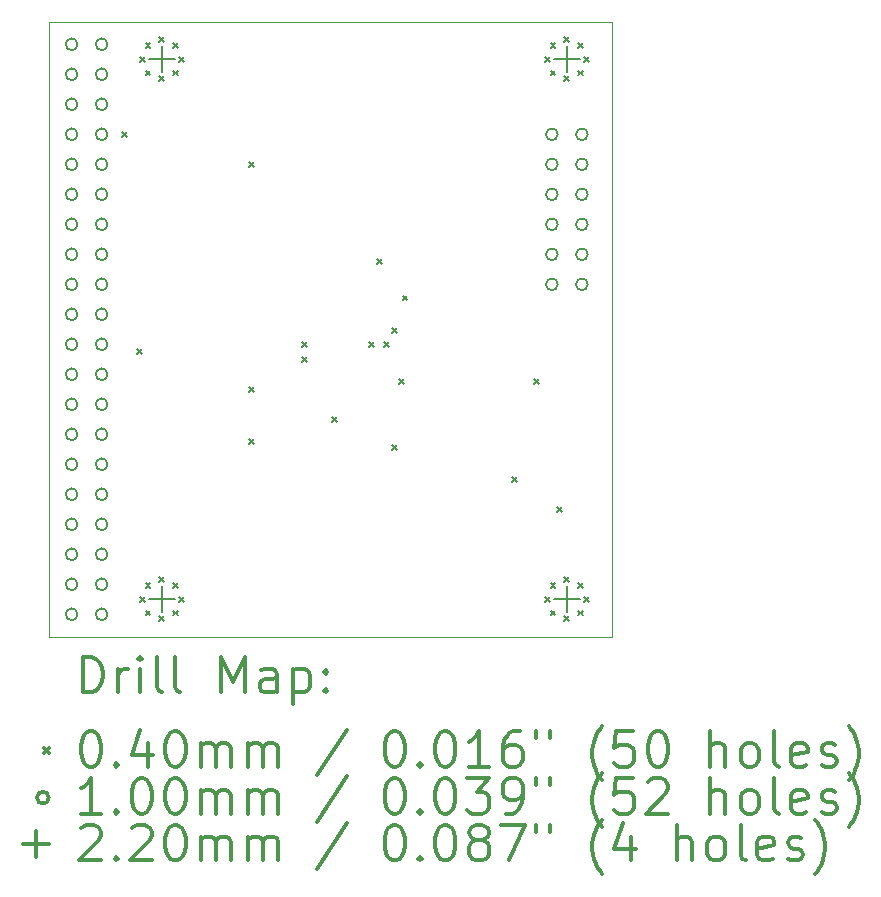
<source format=gbr>
%FSLAX45Y45*%
G04 Gerber Fmt 4.5, Leading zero omitted, Abs format (unit mm)*
G04 Created by KiCad (PCBNEW (5.0.1)-3) date 20.12.2018 13:20:38*
%MOMM*%
%LPD*%
G01*
G04 APERTURE LIST*
%ADD10C,0.100000*%
%ADD11C,0.200000*%
%ADD12C,0.300000*%
G04 APERTURE END LIST*
D10*
X7874000Y-10287000D02*
X7874000Y-5080000D01*
X3111500Y-10287000D02*
X7874000Y-10287000D01*
X3111500Y-5080000D02*
X3111500Y-10287000D01*
X7874000Y-5080000D02*
X3111500Y-5080000D01*
D11*
X3726500Y-6012500D02*
X3766500Y-6052500D01*
X3766500Y-6012500D02*
X3726500Y-6052500D01*
X3853500Y-7854000D02*
X3893500Y-7894000D01*
X3893500Y-7854000D02*
X3853500Y-7894000D01*
X4806000Y-6266500D02*
X4846000Y-6306500D01*
X4846000Y-6266500D02*
X4806000Y-6306500D01*
X4806000Y-8171500D02*
X4846000Y-8211500D01*
X4846000Y-8171500D02*
X4806000Y-8211500D01*
X4806000Y-8616000D02*
X4846000Y-8656000D01*
X4846000Y-8616000D02*
X4806000Y-8656000D01*
X5250500Y-7790500D02*
X5290500Y-7830500D01*
X5290500Y-7790500D02*
X5250500Y-7830500D01*
X5250500Y-7917500D02*
X5290500Y-7957500D01*
X5290500Y-7917500D02*
X5250500Y-7957500D01*
X5504500Y-8425500D02*
X5544500Y-8465500D01*
X5544500Y-8425500D02*
X5504500Y-8465500D01*
X5822000Y-7790500D02*
X5862000Y-7830500D01*
X5862000Y-7790500D02*
X5822000Y-7830500D01*
X5885500Y-7092000D02*
X5925500Y-7132000D01*
X5925500Y-7092000D02*
X5885500Y-7132000D01*
X5949000Y-7790500D02*
X5989000Y-7830500D01*
X5989000Y-7790500D02*
X5949000Y-7830500D01*
X6012500Y-7674000D02*
X6052500Y-7714000D01*
X6052500Y-7674000D02*
X6012500Y-7714000D01*
X6012500Y-8663000D02*
X6052500Y-8703000D01*
X6052500Y-8663000D02*
X6012500Y-8703000D01*
X6076000Y-8108000D02*
X6116000Y-8148000D01*
X6116000Y-8108000D02*
X6076000Y-8148000D01*
X6103265Y-7397735D02*
X6143265Y-7437735D01*
X6143265Y-7397735D02*
X6103265Y-7437735D01*
X7028500Y-8933500D02*
X7068500Y-8973500D01*
X7068500Y-8933500D02*
X7028500Y-8973500D01*
X7219000Y-8108000D02*
X7259000Y-8148000D01*
X7259000Y-8108000D02*
X7219000Y-8148000D01*
X7409500Y-9187500D02*
X7449500Y-9227500D01*
X7449500Y-9187500D02*
X7409500Y-9227500D01*
X7308000Y-5377500D02*
X7348000Y-5417500D01*
X7348000Y-5377500D02*
X7308000Y-5417500D01*
X7356327Y-5260827D02*
X7396327Y-5300827D01*
X7396327Y-5260827D02*
X7356327Y-5300827D01*
X7356327Y-5494173D02*
X7396327Y-5534173D01*
X7396327Y-5494173D02*
X7356327Y-5534173D01*
X7473000Y-5212500D02*
X7513000Y-5252500D01*
X7513000Y-5212500D02*
X7473000Y-5252500D01*
X7473000Y-5542500D02*
X7513000Y-5582500D01*
X7513000Y-5542500D02*
X7473000Y-5582500D01*
X7589673Y-5260827D02*
X7629673Y-5300827D01*
X7629673Y-5260827D02*
X7589673Y-5300827D01*
X7589673Y-5494173D02*
X7629673Y-5534173D01*
X7629673Y-5494173D02*
X7589673Y-5534173D01*
X7638000Y-5377500D02*
X7678000Y-5417500D01*
X7678000Y-5377500D02*
X7638000Y-5417500D01*
X3879000Y-5377500D02*
X3919000Y-5417500D01*
X3919000Y-5377500D02*
X3879000Y-5417500D01*
X3927327Y-5260827D02*
X3967327Y-5300827D01*
X3967327Y-5260827D02*
X3927327Y-5300827D01*
X3927327Y-5494173D02*
X3967327Y-5534173D01*
X3967327Y-5494173D02*
X3927327Y-5534173D01*
X4044000Y-5212500D02*
X4084000Y-5252500D01*
X4084000Y-5212500D02*
X4044000Y-5252500D01*
X4044000Y-5542500D02*
X4084000Y-5582500D01*
X4084000Y-5542500D02*
X4044000Y-5582500D01*
X4160673Y-5260827D02*
X4200673Y-5300827D01*
X4200673Y-5260827D02*
X4160673Y-5300827D01*
X4160673Y-5494173D02*
X4200673Y-5534173D01*
X4200673Y-5494173D02*
X4160673Y-5534173D01*
X4209000Y-5377500D02*
X4249000Y-5417500D01*
X4249000Y-5377500D02*
X4209000Y-5417500D01*
X3879000Y-9949500D02*
X3919000Y-9989500D01*
X3919000Y-9949500D02*
X3879000Y-9989500D01*
X3927327Y-9832827D02*
X3967327Y-9872827D01*
X3967327Y-9832827D02*
X3927327Y-9872827D01*
X3927327Y-10066173D02*
X3967327Y-10106173D01*
X3967327Y-10066173D02*
X3927327Y-10106173D01*
X4044000Y-9784500D02*
X4084000Y-9824500D01*
X4084000Y-9784500D02*
X4044000Y-9824500D01*
X4044000Y-10114500D02*
X4084000Y-10154500D01*
X4084000Y-10114500D02*
X4044000Y-10154500D01*
X4160673Y-9832827D02*
X4200673Y-9872827D01*
X4200673Y-9832827D02*
X4160673Y-9872827D01*
X4160673Y-10066173D02*
X4200673Y-10106173D01*
X4200673Y-10066173D02*
X4160673Y-10106173D01*
X4209000Y-9949500D02*
X4249000Y-9989500D01*
X4249000Y-9949500D02*
X4209000Y-9989500D01*
X7308000Y-9949500D02*
X7348000Y-9989500D01*
X7348000Y-9949500D02*
X7308000Y-9989500D01*
X7356327Y-9832827D02*
X7396327Y-9872827D01*
X7396327Y-9832827D02*
X7356327Y-9872827D01*
X7356327Y-10066173D02*
X7396327Y-10106173D01*
X7396327Y-10066173D02*
X7356327Y-10106173D01*
X7473000Y-9784500D02*
X7513000Y-9824500D01*
X7513000Y-9784500D02*
X7473000Y-9824500D01*
X7473000Y-10114500D02*
X7513000Y-10154500D01*
X7513000Y-10114500D02*
X7473000Y-10154500D01*
X7589673Y-9832827D02*
X7629673Y-9872827D01*
X7629673Y-9832827D02*
X7589673Y-9872827D01*
X7589673Y-10066173D02*
X7629673Y-10106173D01*
X7629673Y-10066173D02*
X7589673Y-10106173D01*
X7638000Y-9949500D02*
X7678000Y-9989500D01*
X7678000Y-9949500D02*
X7638000Y-9989500D01*
X3350000Y-5270500D02*
G75*
G03X3350000Y-5270500I-50000J0D01*
G01*
X3350000Y-5524500D02*
G75*
G03X3350000Y-5524500I-50000J0D01*
G01*
X3350000Y-5778500D02*
G75*
G03X3350000Y-5778500I-50000J0D01*
G01*
X3350000Y-6032500D02*
G75*
G03X3350000Y-6032500I-50000J0D01*
G01*
X3350000Y-6286500D02*
G75*
G03X3350000Y-6286500I-50000J0D01*
G01*
X3350000Y-6540500D02*
G75*
G03X3350000Y-6540500I-50000J0D01*
G01*
X3350000Y-6794500D02*
G75*
G03X3350000Y-6794500I-50000J0D01*
G01*
X3350000Y-7048500D02*
G75*
G03X3350000Y-7048500I-50000J0D01*
G01*
X3350000Y-7302500D02*
G75*
G03X3350000Y-7302500I-50000J0D01*
G01*
X3350000Y-7556500D02*
G75*
G03X3350000Y-7556500I-50000J0D01*
G01*
X3350000Y-7810500D02*
G75*
G03X3350000Y-7810500I-50000J0D01*
G01*
X3350000Y-8064500D02*
G75*
G03X3350000Y-8064500I-50000J0D01*
G01*
X3350000Y-8318500D02*
G75*
G03X3350000Y-8318500I-50000J0D01*
G01*
X3350000Y-8572500D02*
G75*
G03X3350000Y-8572500I-50000J0D01*
G01*
X3350000Y-8826500D02*
G75*
G03X3350000Y-8826500I-50000J0D01*
G01*
X3350000Y-9080500D02*
G75*
G03X3350000Y-9080500I-50000J0D01*
G01*
X3350000Y-9334500D02*
G75*
G03X3350000Y-9334500I-50000J0D01*
G01*
X3350000Y-9588500D02*
G75*
G03X3350000Y-9588500I-50000J0D01*
G01*
X3350000Y-9842500D02*
G75*
G03X3350000Y-9842500I-50000J0D01*
G01*
X3350000Y-10096500D02*
G75*
G03X3350000Y-10096500I-50000J0D01*
G01*
X3604000Y-5270500D02*
G75*
G03X3604000Y-5270500I-50000J0D01*
G01*
X3604000Y-5524500D02*
G75*
G03X3604000Y-5524500I-50000J0D01*
G01*
X3604000Y-5778500D02*
G75*
G03X3604000Y-5778500I-50000J0D01*
G01*
X3604000Y-6032500D02*
G75*
G03X3604000Y-6032500I-50000J0D01*
G01*
X3604000Y-6286500D02*
G75*
G03X3604000Y-6286500I-50000J0D01*
G01*
X3604000Y-6540500D02*
G75*
G03X3604000Y-6540500I-50000J0D01*
G01*
X3604000Y-6794500D02*
G75*
G03X3604000Y-6794500I-50000J0D01*
G01*
X3604000Y-7048500D02*
G75*
G03X3604000Y-7048500I-50000J0D01*
G01*
X3604000Y-7302500D02*
G75*
G03X3604000Y-7302500I-50000J0D01*
G01*
X3604000Y-7556500D02*
G75*
G03X3604000Y-7556500I-50000J0D01*
G01*
X3604000Y-7810500D02*
G75*
G03X3604000Y-7810500I-50000J0D01*
G01*
X3604000Y-8064500D02*
G75*
G03X3604000Y-8064500I-50000J0D01*
G01*
X3604000Y-8318500D02*
G75*
G03X3604000Y-8318500I-50000J0D01*
G01*
X3604000Y-8572500D02*
G75*
G03X3604000Y-8572500I-50000J0D01*
G01*
X3604000Y-8826500D02*
G75*
G03X3604000Y-8826500I-50000J0D01*
G01*
X3604000Y-9080500D02*
G75*
G03X3604000Y-9080500I-50000J0D01*
G01*
X3604000Y-9334500D02*
G75*
G03X3604000Y-9334500I-50000J0D01*
G01*
X3604000Y-9588500D02*
G75*
G03X3604000Y-9588500I-50000J0D01*
G01*
X3604000Y-9842500D02*
G75*
G03X3604000Y-9842500I-50000J0D01*
G01*
X3604000Y-10096500D02*
G75*
G03X3604000Y-10096500I-50000J0D01*
G01*
X7416000Y-6032500D02*
G75*
G03X7416000Y-6032500I-50000J0D01*
G01*
X7416000Y-6286500D02*
G75*
G03X7416000Y-6286500I-50000J0D01*
G01*
X7416000Y-6540500D02*
G75*
G03X7416000Y-6540500I-50000J0D01*
G01*
X7416000Y-6794500D02*
G75*
G03X7416000Y-6794500I-50000J0D01*
G01*
X7416000Y-7048500D02*
G75*
G03X7416000Y-7048500I-50000J0D01*
G01*
X7416000Y-7302500D02*
G75*
G03X7416000Y-7302500I-50000J0D01*
G01*
X7670000Y-6032500D02*
G75*
G03X7670000Y-6032500I-50000J0D01*
G01*
X7670000Y-6286500D02*
G75*
G03X7670000Y-6286500I-50000J0D01*
G01*
X7670000Y-6540500D02*
G75*
G03X7670000Y-6540500I-50000J0D01*
G01*
X7670000Y-6794500D02*
G75*
G03X7670000Y-6794500I-50000J0D01*
G01*
X7670000Y-7048500D02*
G75*
G03X7670000Y-7048500I-50000J0D01*
G01*
X7670000Y-7302500D02*
G75*
G03X7670000Y-7302500I-50000J0D01*
G01*
X7493000Y-5287500D02*
X7493000Y-5507500D01*
X7383000Y-5397500D02*
X7603000Y-5397500D01*
X4064000Y-5287500D02*
X4064000Y-5507500D01*
X3954000Y-5397500D02*
X4174000Y-5397500D01*
X4064000Y-9859500D02*
X4064000Y-10079500D01*
X3954000Y-9969500D02*
X4174000Y-9969500D01*
X7493000Y-9859500D02*
X7493000Y-10079500D01*
X7383000Y-9969500D02*
X7603000Y-9969500D01*
D12*
X3392928Y-10757714D02*
X3392928Y-10457714D01*
X3464357Y-10457714D01*
X3507214Y-10472000D01*
X3535786Y-10500572D01*
X3550071Y-10529143D01*
X3564357Y-10586286D01*
X3564357Y-10629143D01*
X3550071Y-10686286D01*
X3535786Y-10714857D01*
X3507214Y-10743429D01*
X3464357Y-10757714D01*
X3392928Y-10757714D01*
X3692928Y-10757714D02*
X3692928Y-10557714D01*
X3692928Y-10614857D02*
X3707214Y-10586286D01*
X3721500Y-10572000D01*
X3750071Y-10557714D01*
X3778643Y-10557714D01*
X3878643Y-10757714D02*
X3878643Y-10557714D01*
X3878643Y-10457714D02*
X3864357Y-10472000D01*
X3878643Y-10486286D01*
X3892928Y-10472000D01*
X3878643Y-10457714D01*
X3878643Y-10486286D01*
X4064357Y-10757714D02*
X4035786Y-10743429D01*
X4021500Y-10714857D01*
X4021500Y-10457714D01*
X4221500Y-10757714D02*
X4192928Y-10743429D01*
X4178643Y-10714857D01*
X4178643Y-10457714D01*
X4564357Y-10757714D02*
X4564357Y-10457714D01*
X4664357Y-10672000D01*
X4764357Y-10457714D01*
X4764357Y-10757714D01*
X5035786Y-10757714D02*
X5035786Y-10600572D01*
X5021500Y-10572000D01*
X4992928Y-10557714D01*
X4935786Y-10557714D01*
X4907214Y-10572000D01*
X5035786Y-10743429D02*
X5007214Y-10757714D01*
X4935786Y-10757714D01*
X4907214Y-10743429D01*
X4892928Y-10714857D01*
X4892928Y-10686286D01*
X4907214Y-10657714D01*
X4935786Y-10643429D01*
X5007214Y-10643429D01*
X5035786Y-10629143D01*
X5178643Y-10557714D02*
X5178643Y-10857714D01*
X5178643Y-10572000D02*
X5207214Y-10557714D01*
X5264357Y-10557714D01*
X5292928Y-10572000D01*
X5307214Y-10586286D01*
X5321500Y-10614857D01*
X5321500Y-10700572D01*
X5307214Y-10729143D01*
X5292928Y-10743429D01*
X5264357Y-10757714D01*
X5207214Y-10757714D01*
X5178643Y-10743429D01*
X5450071Y-10729143D02*
X5464357Y-10743429D01*
X5450071Y-10757714D01*
X5435786Y-10743429D01*
X5450071Y-10729143D01*
X5450071Y-10757714D01*
X5450071Y-10572000D02*
X5464357Y-10586286D01*
X5450071Y-10600572D01*
X5435786Y-10586286D01*
X5450071Y-10572000D01*
X5450071Y-10600572D01*
X3066500Y-11232000D02*
X3106500Y-11272000D01*
X3106500Y-11232000D02*
X3066500Y-11272000D01*
X3450071Y-11087714D02*
X3478643Y-11087714D01*
X3507214Y-11102000D01*
X3521500Y-11116286D01*
X3535786Y-11144857D01*
X3550071Y-11202000D01*
X3550071Y-11273429D01*
X3535786Y-11330571D01*
X3521500Y-11359143D01*
X3507214Y-11373429D01*
X3478643Y-11387714D01*
X3450071Y-11387714D01*
X3421500Y-11373429D01*
X3407214Y-11359143D01*
X3392928Y-11330571D01*
X3378643Y-11273429D01*
X3378643Y-11202000D01*
X3392928Y-11144857D01*
X3407214Y-11116286D01*
X3421500Y-11102000D01*
X3450071Y-11087714D01*
X3678643Y-11359143D02*
X3692928Y-11373429D01*
X3678643Y-11387714D01*
X3664357Y-11373429D01*
X3678643Y-11359143D01*
X3678643Y-11387714D01*
X3950071Y-11187714D02*
X3950071Y-11387714D01*
X3878643Y-11073429D02*
X3807214Y-11287714D01*
X3992928Y-11287714D01*
X4164357Y-11087714D02*
X4192928Y-11087714D01*
X4221500Y-11102000D01*
X4235786Y-11116286D01*
X4250071Y-11144857D01*
X4264357Y-11202000D01*
X4264357Y-11273429D01*
X4250071Y-11330571D01*
X4235786Y-11359143D01*
X4221500Y-11373429D01*
X4192928Y-11387714D01*
X4164357Y-11387714D01*
X4135786Y-11373429D01*
X4121500Y-11359143D01*
X4107214Y-11330571D01*
X4092928Y-11273429D01*
X4092928Y-11202000D01*
X4107214Y-11144857D01*
X4121500Y-11116286D01*
X4135786Y-11102000D01*
X4164357Y-11087714D01*
X4392928Y-11387714D02*
X4392928Y-11187714D01*
X4392928Y-11216286D02*
X4407214Y-11202000D01*
X4435786Y-11187714D01*
X4478643Y-11187714D01*
X4507214Y-11202000D01*
X4521500Y-11230571D01*
X4521500Y-11387714D01*
X4521500Y-11230571D02*
X4535786Y-11202000D01*
X4564357Y-11187714D01*
X4607214Y-11187714D01*
X4635786Y-11202000D01*
X4650071Y-11230571D01*
X4650071Y-11387714D01*
X4792928Y-11387714D02*
X4792928Y-11187714D01*
X4792928Y-11216286D02*
X4807214Y-11202000D01*
X4835786Y-11187714D01*
X4878643Y-11187714D01*
X4907214Y-11202000D01*
X4921500Y-11230571D01*
X4921500Y-11387714D01*
X4921500Y-11230571D02*
X4935786Y-11202000D01*
X4964357Y-11187714D01*
X5007214Y-11187714D01*
X5035786Y-11202000D01*
X5050071Y-11230571D01*
X5050071Y-11387714D01*
X5635786Y-11073429D02*
X5378643Y-11459143D01*
X6021500Y-11087714D02*
X6050071Y-11087714D01*
X6078643Y-11102000D01*
X6092928Y-11116286D01*
X6107214Y-11144857D01*
X6121500Y-11202000D01*
X6121500Y-11273429D01*
X6107214Y-11330571D01*
X6092928Y-11359143D01*
X6078643Y-11373429D01*
X6050071Y-11387714D01*
X6021500Y-11387714D01*
X5992928Y-11373429D01*
X5978643Y-11359143D01*
X5964357Y-11330571D01*
X5950071Y-11273429D01*
X5950071Y-11202000D01*
X5964357Y-11144857D01*
X5978643Y-11116286D01*
X5992928Y-11102000D01*
X6021500Y-11087714D01*
X6250071Y-11359143D02*
X6264357Y-11373429D01*
X6250071Y-11387714D01*
X6235786Y-11373429D01*
X6250071Y-11359143D01*
X6250071Y-11387714D01*
X6450071Y-11087714D02*
X6478643Y-11087714D01*
X6507214Y-11102000D01*
X6521500Y-11116286D01*
X6535786Y-11144857D01*
X6550071Y-11202000D01*
X6550071Y-11273429D01*
X6535786Y-11330571D01*
X6521500Y-11359143D01*
X6507214Y-11373429D01*
X6478643Y-11387714D01*
X6450071Y-11387714D01*
X6421500Y-11373429D01*
X6407214Y-11359143D01*
X6392928Y-11330571D01*
X6378643Y-11273429D01*
X6378643Y-11202000D01*
X6392928Y-11144857D01*
X6407214Y-11116286D01*
X6421500Y-11102000D01*
X6450071Y-11087714D01*
X6835786Y-11387714D02*
X6664357Y-11387714D01*
X6750071Y-11387714D02*
X6750071Y-11087714D01*
X6721500Y-11130572D01*
X6692928Y-11159143D01*
X6664357Y-11173429D01*
X7092928Y-11087714D02*
X7035786Y-11087714D01*
X7007214Y-11102000D01*
X6992928Y-11116286D01*
X6964357Y-11159143D01*
X6950071Y-11216286D01*
X6950071Y-11330571D01*
X6964357Y-11359143D01*
X6978643Y-11373429D01*
X7007214Y-11387714D01*
X7064357Y-11387714D01*
X7092928Y-11373429D01*
X7107214Y-11359143D01*
X7121500Y-11330571D01*
X7121500Y-11259143D01*
X7107214Y-11230571D01*
X7092928Y-11216286D01*
X7064357Y-11202000D01*
X7007214Y-11202000D01*
X6978643Y-11216286D01*
X6964357Y-11230571D01*
X6950071Y-11259143D01*
X7235786Y-11087714D02*
X7235786Y-11144857D01*
X7350071Y-11087714D02*
X7350071Y-11144857D01*
X7792928Y-11502000D02*
X7778643Y-11487714D01*
X7750071Y-11444857D01*
X7735786Y-11416286D01*
X7721500Y-11373429D01*
X7707214Y-11302000D01*
X7707214Y-11244857D01*
X7721500Y-11173429D01*
X7735786Y-11130572D01*
X7750071Y-11102000D01*
X7778643Y-11059143D01*
X7792928Y-11044857D01*
X8050071Y-11087714D02*
X7907214Y-11087714D01*
X7892928Y-11230571D01*
X7907214Y-11216286D01*
X7935786Y-11202000D01*
X8007214Y-11202000D01*
X8035786Y-11216286D01*
X8050071Y-11230571D01*
X8064357Y-11259143D01*
X8064357Y-11330571D01*
X8050071Y-11359143D01*
X8035786Y-11373429D01*
X8007214Y-11387714D01*
X7935786Y-11387714D01*
X7907214Y-11373429D01*
X7892928Y-11359143D01*
X8250071Y-11087714D02*
X8278643Y-11087714D01*
X8307214Y-11102000D01*
X8321500Y-11116286D01*
X8335786Y-11144857D01*
X8350071Y-11202000D01*
X8350071Y-11273429D01*
X8335786Y-11330571D01*
X8321500Y-11359143D01*
X8307214Y-11373429D01*
X8278643Y-11387714D01*
X8250071Y-11387714D01*
X8221500Y-11373429D01*
X8207214Y-11359143D01*
X8192928Y-11330571D01*
X8178643Y-11273429D01*
X8178643Y-11202000D01*
X8192928Y-11144857D01*
X8207214Y-11116286D01*
X8221500Y-11102000D01*
X8250071Y-11087714D01*
X8707214Y-11387714D02*
X8707214Y-11087714D01*
X8835786Y-11387714D02*
X8835786Y-11230571D01*
X8821500Y-11202000D01*
X8792928Y-11187714D01*
X8750071Y-11187714D01*
X8721500Y-11202000D01*
X8707214Y-11216286D01*
X9021500Y-11387714D02*
X8992928Y-11373429D01*
X8978643Y-11359143D01*
X8964357Y-11330571D01*
X8964357Y-11244857D01*
X8978643Y-11216286D01*
X8992928Y-11202000D01*
X9021500Y-11187714D01*
X9064357Y-11187714D01*
X9092928Y-11202000D01*
X9107214Y-11216286D01*
X9121500Y-11244857D01*
X9121500Y-11330571D01*
X9107214Y-11359143D01*
X9092928Y-11373429D01*
X9064357Y-11387714D01*
X9021500Y-11387714D01*
X9292928Y-11387714D02*
X9264357Y-11373429D01*
X9250071Y-11344857D01*
X9250071Y-11087714D01*
X9521500Y-11373429D02*
X9492928Y-11387714D01*
X9435786Y-11387714D01*
X9407214Y-11373429D01*
X9392928Y-11344857D01*
X9392928Y-11230571D01*
X9407214Y-11202000D01*
X9435786Y-11187714D01*
X9492928Y-11187714D01*
X9521500Y-11202000D01*
X9535786Y-11230571D01*
X9535786Y-11259143D01*
X9392928Y-11287714D01*
X9650071Y-11373429D02*
X9678643Y-11387714D01*
X9735786Y-11387714D01*
X9764357Y-11373429D01*
X9778643Y-11344857D01*
X9778643Y-11330571D01*
X9764357Y-11302000D01*
X9735786Y-11287714D01*
X9692928Y-11287714D01*
X9664357Y-11273429D01*
X9650071Y-11244857D01*
X9650071Y-11230571D01*
X9664357Y-11202000D01*
X9692928Y-11187714D01*
X9735786Y-11187714D01*
X9764357Y-11202000D01*
X9878643Y-11502000D02*
X9892928Y-11487714D01*
X9921500Y-11444857D01*
X9935786Y-11416286D01*
X9950071Y-11373429D01*
X9964357Y-11302000D01*
X9964357Y-11244857D01*
X9950071Y-11173429D01*
X9935786Y-11130572D01*
X9921500Y-11102000D01*
X9892928Y-11059143D01*
X9878643Y-11044857D01*
X3106500Y-11648000D02*
G75*
G03X3106500Y-11648000I-50000J0D01*
G01*
X3550071Y-11783714D02*
X3378643Y-11783714D01*
X3464357Y-11783714D02*
X3464357Y-11483714D01*
X3435786Y-11526571D01*
X3407214Y-11555143D01*
X3378643Y-11569429D01*
X3678643Y-11755143D02*
X3692928Y-11769429D01*
X3678643Y-11783714D01*
X3664357Y-11769429D01*
X3678643Y-11755143D01*
X3678643Y-11783714D01*
X3878643Y-11483714D02*
X3907214Y-11483714D01*
X3935786Y-11498000D01*
X3950071Y-11512286D01*
X3964357Y-11540857D01*
X3978643Y-11598000D01*
X3978643Y-11669429D01*
X3964357Y-11726571D01*
X3950071Y-11755143D01*
X3935786Y-11769429D01*
X3907214Y-11783714D01*
X3878643Y-11783714D01*
X3850071Y-11769429D01*
X3835786Y-11755143D01*
X3821500Y-11726571D01*
X3807214Y-11669429D01*
X3807214Y-11598000D01*
X3821500Y-11540857D01*
X3835786Y-11512286D01*
X3850071Y-11498000D01*
X3878643Y-11483714D01*
X4164357Y-11483714D02*
X4192928Y-11483714D01*
X4221500Y-11498000D01*
X4235786Y-11512286D01*
X4250071Y-11540857D01*
X4264357Y-11598000D01*
X4264357Y-11669429D01*
X4250071Y-11726571D01*
X4235786Y-11755143D01*
X4221500Y-11769429D01*
X4192928Y-11783714D01*
X4164357Y-11783714D01*
X4135786Y-11769429D01*
X4121500Y-11755143D01*
X4107214Y-11726571D01*
X4092928Y-11669429D01*
X4092928Y-11598000D01*
X4107214Y-11540857D01*
X4121500Y-11512286D01*
X4135786Y-11498000D01*
X4164357Y-11483714D01*
X4392928Y-11783714D02*
X4392928Y-11583714D01*
X4392928Y-11612286D02*
X4407214Y-11598000D01*
X4435786Y-11583714D01*
X4478643Y-11583714D01*
X4507214Y-11598000D01*
X4521500Y-11626571D01*
X4521500Y-11783714D01*
X4521500Y-11626571D02*
X4535786Y-11598000D01*
X4564357Y-11583714D01*
X4607214Y-11583714D01*
X4635786Y-11598000D01*
X4650071Y-11626571D01*
X4650071Y-11783714D01*
X4792928Y-11783714D02*
X4792928Y-11583714D01*
X4792928Y-11612286D02*
X4807214Y-11598000D01*
X4835786Y-11583714D01*
X4878643Y-11583714D01*
X4907214Y-11598000D01*
X4921500Y-11626571D01*
X4921500Y-11783714D01*
X4921500Y-11626571D02*
X4935786Y-11598000D01*
X4964357Y-11583714D01*
X5007214Y-11583714D01*
X5035786Y-11598000D01*
X5050071Y-11626571D01*
X5050071Y-11783714D01*
X5635786Y-11469429D02*
X5378643Y-11855143D01*
X6021500Y-11483714D02*
X6050071Y-11483714D01*
X6078643Y-11498000D01*
X6092928Y-11512286D01*
X6107214Y-11540857D01*
X6121500Y-11598000D01*
X6121500Y-11669429D01*
X6107214Y-11726571D01*
X6092928Y-11755143D01*
X6078643Y-11769429D01*
X6050071Y-11783714D01*
X6021500Y-11783714D01*
X5992928Y-11769429D01*
X5978643Y-11755143D01*
X5964357Y-11726571D01*
X5950071Y-11669429D01*
X5950071Y-11598000D01*
X5964357Y-11540857D01*
X5978643Y-11512286D01*
X5992928Y-11498000D01*
X6021500Y-11483714D01*
X6250071Y-11755143D02*
X6264357Y-11769429D01*
X6250071Y-11783714D01*
X6235786Y-11769429D01*
X6250071Y-11755143D01*
X6250071Y-11783714D01*
X6450071Y-11483714D02*
X6478643Y-11483714D01*
X6507214Y-11498000D01*
X6521500Y-11512286D01*
X6535786Y-11540857D01*
X6550071Y-11598000D01*
X6550071Y-11669429D01*
X6535786Y-11726571D01*
X6521500Y-11755143D01*
X6507214Y-11769429D01*
X6478643Y-11783714D01*
X6450071Y-11783714D01*
X6421500Y-11769429D01*
X6407214Y-11755143D01*
X6392928Y-11726571D01*
X6378643Y-11669429D01*
X6378643Y-11598000D01*
X6392928Y-11540857D01*
X6407214Y-11512286D01*
X6421500Y-11498000D01*
X6450071Y-11483714D01*
X6650071Y-11483714D02*
X6835786Y-11483714D01*
X6735786Y-11598000D01*
X6778643Y-11598000D01*
X6807214Y-11612286D01*
X6821500Y-11626571D01*
X6835786Y-11655143D01*
X6835786Y-11726571D01*
X6821500Y-11755143D01*
X6807214Y-11769429D01*
X6778643Y-11783714D01*
X6692928Y-11783714D01*
X6664357Y-11769429D01*
X6650071Y-11755143D01*
X6978643Y-11783714D02*
X7035786Y-11783714D01*
X7064357Y-11769429D01*
X7078643Y-11755143D01*
X7107214Y-11712286D01*
X7121500Y-11655143D01*
X7121500Y-11540857D01*
X7107214Y-11512286D01*
X7092928Y-11498000D01*
X7064357Y-11483714D01*
X7007214Y-11483714D01*
X6978643Y-11498000D01*
X6964357Y-11512286D01*
X6950071Y-11540857D01*
X6950071Y-11612286D01*
X6964357Y-11640857D01*
X6978643Y-11655143D01*
X7007214Y-11669429D01*
X7064357Y-11669429D01*
X7092928Y-11655143D01*
X7107214Y-11640857D01*
X7121500Y-11612286D01*
X7235786Y-11483714D02*
X7235786Y-11540857D01*
X7350071Y-11483714D02*
X7350071Y-11540857D01*
X7792928Y-11898000D02*
X7778643Y-11883714D01*
X7750071Y-11840857D01*
X7735786Y-11812286D01*
X7721500Y-11769429D01*
X7707214Y-11698000D01*
X7707214Y-11640857D01*
X7721500Y-11569429D01*
X7735786Y-11526571D01*
X7750071Y-11498000D01*
X7778643Y-11455143D01*
X7792928Y-11440857D01*
X8050071Y-11483714D02*
X7907214Y-11483714D01*
X7892928Y-11626571D01*
X7907214Y-11612286D01*
X7935786Y-11598000D01*
X8007214Y-11598000D01*
X8035786Y-11612286D01*
X8050071Y-11626571D01*
X8064357Y-11655143D01*
X8064357Y-11726571D01*
X8050071Y-11755143D01*
X8035786Y-11769429D01*
X8007214Y-11783714D01*
X7935786Y-11783714D01*
X7907214Y-11769429D01*
X7892928Y-11755143D01*
X8178643Y-11512286D02*
X8192928Y-11498000D01*
X8221500Y-11483714D01*
X8292928Y-11483714D01*
X8321500Y-11498000D01*
X8335786Y-11512286D01*
X8350071Y-11540857D01*
X8350071Y-11569429D01*
X8335786Y-11612286D01*
X8164357Y-11783714D01*
X8350071Y-11783714D01*
X8707214Y-11783714D02*
X8707214Y-11483714D01*
X8835786Y-11783714D02*
X8835786Y-11626571D01*
X8821500Y-11598000D01*
X8792928Y-11583714D01*
X8750071Y-11583714D01*
X8721500Y-11598000D01*
X8707214Y-11612286D01*
X9021500Y-11783714D02*
X8992928Y-11769429D01*
X8978643Y-11755143D01*
X8964357Y-11726571D01*
X8964357Y-11640857D01*
X8978643Y-11612286D01*
X8992928Y-11598000D01*
X9021500Y-11583714D01*
X9064357Y-11583714D01*
X9092928Y-11598000D01*
X9107214Y-11612286D01*
X9121500Y-11640857D01*
X9121500Y-11726571D01*
X9107214Y-11755143D01*
X9092928Y-11769429D01*
X9064357Y-11783714D01*
X9021500Y-11783714D01*
X9292928Y-11783714D02*
X9264357Y-11769429D01*
X9250071Y-11740857D01*
X9250071Y-11483714D01*
X9521500Y-11769429D02*
X9492928Y-11783714D01*
X9435786Y-11783714D01*
X9407214Y-11769429D01*
X9392928Y-11740857D01*
X9392928Y-11626571D01*
X9407214Y-11598000D01*
X9435786Y-11583714D01*
X9492928Y-11583714D01*
X9521500Y-11598000D01*
X9535786Y-11626571D01*
X9535786Y-11655143D01*
X9392928Y-11683714D01*
X9650071Y-11769429D02*
X9678643Y-11783714D01*
X9735786Y-11783714D01*
X9764357Y-11769429D01*
X9778643Y-11740857D01*
X9778643Y-11726571D01*
X9764357Y-11698000D01*
X9735786Y-11683714D01*
X9692928Y-11683714D01*
X9664357Y-11669429D01*
X9650071Y-11640857D01*
X9650071Y-11626571D01*
X9664357Y-11598000D01*
X9692928Y-11583714D01*
X9735786Y-11583714D01*
X9764357Y-11598000D01*
X9878643Y-11898000D02*
X9892928Y-11883714D01*
X9921500Y-11840857D01*
X9935786Y-11812286D01*
X9950071Y-11769429D01*
X9964357Y-11698000D01*
X9964357Y-11640857D01*
X9950071Y-11569429D01*
X9935786Y-11526571D01*
X9921500Y-11498000D01*
X9892928Y-11455143D01*
X9878643Y-11440857D01*
X2996500Y-11934000D02*
X2996500Y-12154000D01*
X2886500Y-12044000D02*
X3106500Y-12044000D01*
X3378643Y-11908286D02*
X3392928Y-11894000D01*
X3421500Y-11879714D01*
X3492928Y-11879714D01*
X3521500Y-11894000D01*
X3535786Y-11908286D01*
X3550071Y-11936857D01*
X3550071Y-11965429D01*
X3535786Y-12008286D01*
X3364357Y-12179714D01*
X3550071Y-12179714D01*
X3678643Y-12151143D02*
X3692928Y-12165429D01*
X3678643Y-12179714D01*
X3664357Y-12165429D01*
X3678643Y-12151143D01*
X3678643Y-12179714D01*
X3807214Y-11908286D02*
X3821500Y-11894000D01*
X3850071Y-11879714D01*
X3921500Y-11879714D01*
X3950071Y-11894000D01*
X3964357Y-11908286D01*
X3978643Y-11936857D01*
X3978643Y-11965429D01*
X3964357Y-12008286D01*
X3792928Y-12179714D01*
X3978643Y-12179714D01*
X4164357Y-11879714D02*
X4192928Y-11879714D01*
X4221500Y-11894000D01*
X4235786Y-11908286D01*
X4250071Y-11936857D01*
X4264357Y-11994000D01*
X4264357Y-12065429D01*
X4250071Y-12122571D01*
X4235786Y-12151143D01*
X4221500Y-12165429D01*
X4192928Y-12179714D01*
X4164357Y-12179714D01*
X4135786Y-12165429D01*
X4121500Y-12151143D01*
X4107214Y-12122571D01*
X4092928Y-12065429D01*
X4092928Y-11994000D01*
X4107214Y-11936857D01*
X4121500Y-11908286D01*
X4135786Y-11894000D01*
X4164357Y-11879714D01*
X4392928Y-12179714D02*
X4392928Y-11979714D01*
X4392928Y-12008286D02*
X4407214Y-11994000D01*
X4435786Y-11979714D01*
X4478643Y-11979714D01*
X4507214Y-11994000D01*
X4521500Y-12022571D01*
X4521500Y-12179714D01*
X4521500Y-12022571D02*
X4535786Y-11994000D01*
X4564357Y-11979714D01*
X4607214Y-11979714D01*
X4635786Y-11994000D01*
X4650071Y-12022571D01*
X4650071Y-12179714D01*
X4792928Y-12179714D02*
X4792928Y-11979714D01*
X4792928Y-12008286D02*
X4807214Y-11994000D01*
X4835786Y-11979714D01*
X4878643Y-11979714D01*
X4907214Y-11994000D01*
X4921500Y-12022571D01*
X4921500Y-12179714D01*
X4921500Y-12022571D02*
X4935786Y-11994000D01*
X4964357Y-11979714D01*
X5007214Y-11979714D01*
X5035786Y-11994000D01*
X5050071Y-12022571D01*
X5050071Y-12179714D01*
X5635786Y-11865429D02*
X5378643Y-12251143D01*
X6021500Y-11879714D02*
X6050071Y-11879714D01*
X6078643Y-11894000D01*
X6092928Y-11908286D01*
X6107214Y-11936857D01*
X6121500Y-11994000D01*
X6121500Y-12065429D01*
X6107214Y-12122571D01*
X6092928Y-12151143D01*
X6078643Y-12165429D01*
X6050071Y-12179714D01*
X6021500Y-12179714D01*
X5992928Y-12165429D01*
X5978643Y-12151143D01*
X5964357Y-12122571D01*
X5950071Y-12065429D01*
X5950071Y-11994000D01*
X5964357Y-11936857D01*
X5978643Y-11908286D01*
X5992928Y-11894000D01*
X6021500Y-11879714D01*
X6250071Y-12151143D02*
X6264357Y-12165429D01*
X6250071Y-12179714D01*
X6235786Y-12165429D01*
X6250071Y-12151143D01*
X6250071Y-12179714D01*
X6450071Y-11879714D02*
X6478643Y-11879714D01*
X6507214Y-11894000D01*
X6521500Y-11908286D01*
X6535786Y-11936857D01*
X6550071Y-11994000D01*
X6550071Y-12065429D01*
X6535786Y-12122571D01*
X6521500Y-12151143D01*
X6507214Y-12165429D01*
X6478643Y-12179714D01*
X6450071Y-12179714D01*
X6421500Y-12165429D01*
X6407214Y-12151143D01*
X6392928Y-12122571D01*
X6378643Y-12065429D01*
X6378643Y-11994000D01*
X6392928Y-11936857D01*
X6407214Y-11908286D01*
X6421500Y-11894000D01*
X6450071Y-11879714D01*
X6721500Y-12008286D02*
X6692928Y-11994000D01*
X6678643Y-11979714D01*
X6664357Y-11951143D01*
X6664357Y-11936857D01*
X6678643Y-11908286D01*
X6692928Y-11894000D01*
X6721500Y-11879714D01*
X6778643Y-11879714D01*
X6807214Y-11894000D01*
X6821500Y-11908286D01*
X6835786Y-11936857D01*
X6835786Y-11951143D01*
X6821500Y-11979714D01*
X6807214Y-11994000D01*
X6778643Y-12008286D01*
X6721500Y-12008286D01*
X6692928Y-12022571D01*
X6678643Y-12036857D01*
X6664357Y-12065429D01*
X6664357Y-12122571D01*
X6678643Y-12151143D01*
X6692928Y-12165429D01*
X6721500Y-12179714D01*
X6778643Y-12179714D01*
X6807214Y-12165429D01*
X6821500Y-12151143D01*
X6835786Y-12122571D01*
X6835786Y-12065429D01*
X6821500Y-12036857D01*
X6807214Y-12022571D01*
X6778643Y-12008286D01*
X6935786Y-11879714D02*
X7135786Y-11879714D01*
X7007214Y-12179714D01*
X7235786Y-11879714D02*
X7235786Y-11936857D01*
X7350071Y-11879714D02*
X7350071Y-11936857D01*
X7792928Y-12294000D02*
X7778643Y-12279714D01*
X7750071Y-12236857D01*
X7735786Y-12208286D01*
X7721500Y-12165429D01*
X7707214Y-12094000D01*
X7707214Y-12036857D01*
X7721500Y-11965429D01*
X7735786Y-11922571D01*
X7750071Y-11894000D01*
X7778643Y-11851143D01*
X7792928Y-11836857D01*
X8035786Y-11979714D02*
X8035786Y-12179714D01*
X7964357Y-11865429D02*
X7892928Y-12079714D01*
X8078643Y-12079714D01*
X8421500Y-12179714D02*
X8421500Y-11879714D01*
X8550071Y-12179714D02*
X8550071Y-12022571D01*
X8535786Y-11994000D01*
X8507214Y-11979714D01*
X8464357Y-11979714D01*
X8435786Y-11994000D01*
X8421500Y-12008286D01*
X8735786Y-12179714D02*
X8707214Y-12165429D01*
X8692928Y-12151143D01*
X8678643Y-12122571D01*
X8678643Y-12036857D01*
X8692928Y-12008286D01*
X8707214Y-11994000D01*
X8735786Y-11979714D01*
X8778643Y-11979714D01*
X8807214Y-11994000D01*
X8821500Y-12008286D01*
X8835786Y-12036857D01*
X8835786Y-12122571D01*
X8821500Y-12151143D01*
X8807214Y-12165429D01*
X8778643Y-12179714D01*
X8735786Y-12179714D01*
X9007214Y-12179714D02*
X8978643Y-12165429D01*
X8964357Y-12136857D01*
X8964357Y-11879714D01*
X9235786Y-12165429D02*
X9207214Y-12179714D01*
X9150071Y-12179714D01*
X9121500Y-12165429D01*
X9107214Y-12136857D01*
X9107214Y-12022571D01*
X9121500Y-11994000D01*
X9150071Y-11979714D01*
X9207214Y-11979714D01*
X9235786Y-11994000D01*
X9250071Y-12022571D01*
X9250071Y-12051143D01*
X9107214Y-12079714D01*
X9364357Y-12165429D02*
X9392928Y-12179714D01*
X9450071Y-12179714D01*
X9478643Y-12165429D01*
X9492928Y-12136857D01*
X9492928Y-12122571D01*
X9478643Y-12094000D01*
X9450071Y-12079714D01*
X9407214Y-12079714D01*
X9378643Y-12065429D01*
X9364357Y-12036857D01*
X9364357Y-12022571D01*
X9378643Y-11994000D01*
X9407214Y-11979714D01*
X9450071Y-11979714D01*
X9478643Y-11994000D01*
X9592928Y-12294000D02*
X9607214Y-12279714D01*
X9635786Y-12236857D01*
X9650071Y-12208286D01*
X9664357Y-12165429D01*
X9678643Y-12094000D01*
X9678643Y-12036857D01*
X9664357Y-11965429D01*
X9650071Y-11922571D01*
X9635786Y-11894000D01*
X9607214Y-11851143D01*
X9592928Y-11836857D01*
M02*

</source>
